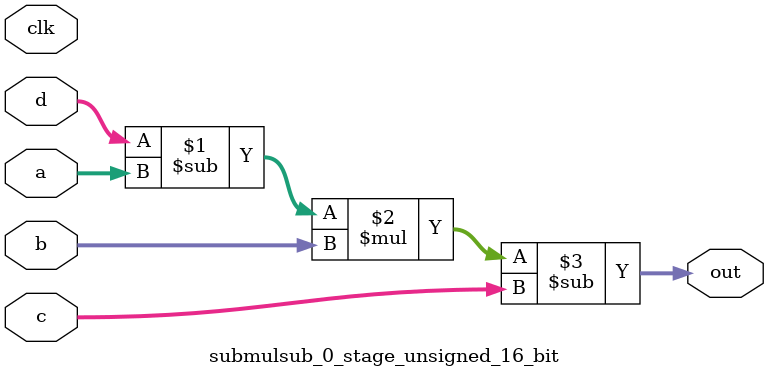
<source format=sv>
(* use_dsp = "yes" *) module submulsub_0_stage_unsigned_16_bit(
	input  [15:0] a,
	input  [15:0] b,
	input  [15:0] c,
	input  [15:0] d,
	output [15:0] out,
	input clk);

	assign out = ((d - a) * b) - c;
endmodule

</source>
